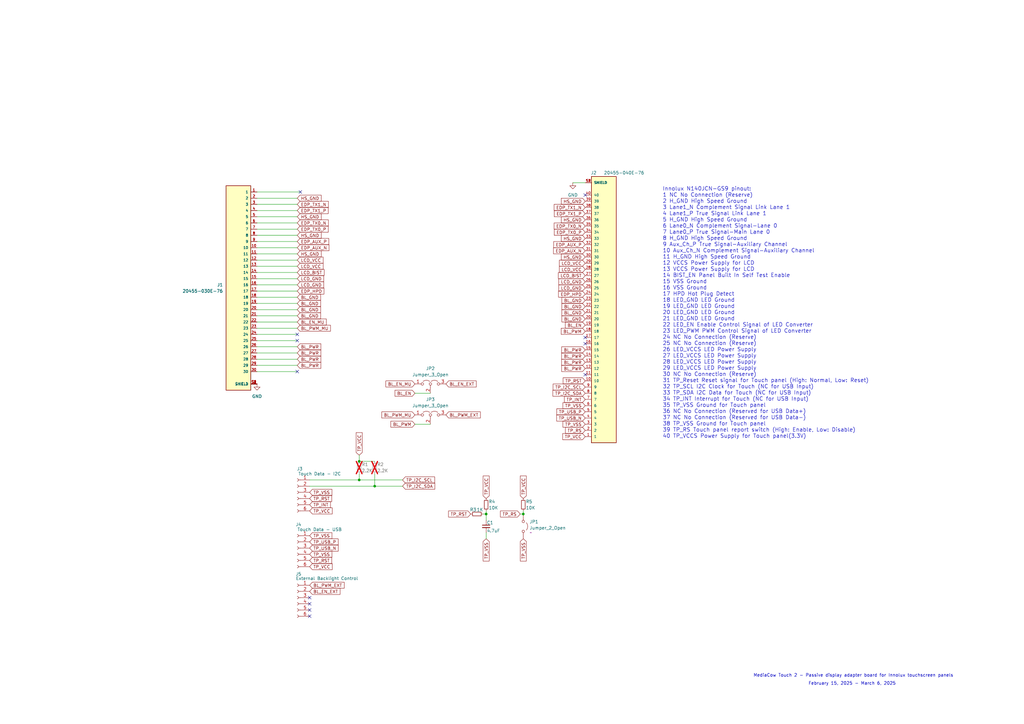
<source format=kicad_sch>
(kicad_sch (version 20231120) (generator "eeschema") (generator_version "8.0")
  (paper "A3")
  (lib_symbols
    (symbol "Connector:Conn_01x06_Socket" (pin_names (offset 1.016) hide)
      (property "Reference" "J" (at 0 7.62 0))
      (property "Value" "Conn_01x06_Socket" (at 0 -10.16 0))
      (symbol "Conn_01x06_Socket_1_1"
        (arc (start 0 -7.112) (mid -0.5058 -7.62) (end 0 -8.128) (stroke (width 0.1524)))
        (arc (start 0 -4.572) (mid -0.5058 -5.08) (end 0 -5.588) (stroke (width 0.1524)))
        (arc (start 0 -2.032) (mid -0.5058 -2.54) (end 0 -3.048) (stroke (width 0.1524)))
        (polyline (pts (xy -1.27 -7.62) (xy -0.508 -7.62)) (stroke (width 0.1524)))
        (polyline (pts (xy -1.27 -5.08) (xy -0.508 -5.08)) (stroke (width 0.1524)))
        (polyline (pts (xy -1.27 -2.54) (xy -0.508 -2.54)) (stroke (width 0.1524)))
        (polyline (pts (xy -1.27 0) (xy -0.508 0)) (stroke (width 0.1524)))
        (polyline (pts (xy -1.27 2.54) (xy -0.508 2.54)) (stroke (width 0.1524)))
        (polyline (pts (xy -1.27 5.08) (xy -0.508 5.08)) (stroke (width 0.1524)))
        (arc (start 0 0.508) (mid -0.5058 0) (end 0 -0.508) (stroke (width 0.1524)))
        (arc (start 0 3.048) (mid -0.5058 2.54) (end 0 2.032) (stroke (width 0.1524)))
        (arc (start 0 5.588) (mid -0.5058 5.08) (end 0 4.572) (stroke (width 0.1524)))
        (pin passive line (at -5.08 5.08 0) (length 3.81) (name "Pin_1") (number "1"))
        (pin passive line (at -5.08 2.54 0) (length 3.81) (name "Pin_2") (number "2"))
        (pin passive line (at -5.08 0 0) (length 3.81) (name "Pin_3") (number "3"))
        (pin passive line (at -5.08 -2.54 0) (length 3.81) (name "Pin_4") (number "4"))
        (pin passive line (at -5.08 -5.08 0) (length 3.81) (name "Pin_5") (number "5"))
        (pin passive line (at -5.08 -7.62 0) (length 3.81) (name "Pin_6") (number "6"))
      )
    )
    (symbol "Device:C_Small" (pin_numbers hide) (pin_names (offset 0.254) hide)
      (property "Reference" "C" (at 0.254 1.778 0))
      (property "Value" "C_Small" (at 0.254 -2.032 0))
      (symbol "C_Small_0_1"
        (polyline (pts (xy -1.524 -0.508) (xy 1.524 -0.508)) (stroke (width 0.3302)))
        (polyline (pts (xy -1.524 0.508) (xy 1.524 0.508)) (stroke (width 0.3048)))
      )
      (symbol "C_Small_1_1"
        (pin passive line (at 0 2.54 270) (length 2.032) (name "~") (number "1"))
        (pin passive line (at 0 -2.54 90) (length 2.032) (name "~") (number "2"))
      )
    )
    (symbol "Device:R_Small" (pin_numbers hide) (pin_names (offset 0.254) hide)
      (property "Reference" "R" (at 0.762 0.508 0))
      (property "Value" "R_Small" (at 0.762 -1.016 0))
      (symbol "R_Small_0_1"
        (rectangle (start -0.762 1.778) (end 0.762 -1.778) (stroke (width 0.2032)))
      )
      (symbol "R_Small_1_1"
        (pin passive line (at 0 2.54 270) (length 0.762) (name "~") (number "1"))
        (pin passive line (at 0 -2.54 90) (length 0.762) (name "~") (number "2"))
      )
    )
    (symbol "Jumper:Jumper_2_Open" (pin_numbers hide) (pin_names (offset 0) hide) (exclude_from_sim yes)
      (property "Reference" "JP" (at 0 2.794 0))
      (property "Value" "Jumper_2_Open" (at 0 -2.286 0))
      (symbol "Jumper_2_Open_0_0"
        (circle (center -2.032 0) (radius 0.508))
        (circle (center 2.032 0) (radius 0.508))
      )
      (symbol "Jumper_2_Open_0_1"
        (arc (start 1.524 1.27) (mid 0 1.778) (end -1.524 1.27))
      )
      (symbol "Jumper_2_Open_1_1"
        (pin passive line (at -5.08 0 0) (length 2.54) (name "A") (number "1"))
        (pin passive line (at 5.08 0 180) (length 2.54) (name "B") (number "2"))
      )
    )
    (symbol "Jumper:Jumper_3_Open" (pin_names (offset 0) hide) (exclude_from_sim yes) (in_bom no)
      (property "Reference" "JP" (at -2.54 -2.54 0))
      (property "Value" "Jumper_3_Open" (at 0 2.794 0))
      (symbol "Jumper_3_Open_0_0"
        (circle (center -3.302 0) (radius 0.508))
        (circle (center 0 0) (radius 0.508))
        (circle (center 3.302 0) (radius 0.508))
      )
      (symbol "Jumper_3_Open_0_1"
        (arc (start -0.254 1.016) (mid -1.651 1.4992) (end -3.048 1.016))
        (polyline (pts (xy 0 -0.508) (xy 0 -1.27)))
        (arc (start 3.048 1.016) (mid 1.651 1.4992) (end 0.254 1.016))
      )
      (symbol "Jumper_3_Open_1_1"
        (pin passive line (at -6.35 0 0) (length 2.54) (name "A") (number "1"))
        (pin passive line (at 0 -3.81 90) (length 2.54) (name "C") (number "2"))
        (pin passive line (at 6.35 0 180) (length 2.54) (name "B") (number "3"))
      )
    )
    (symbol "mediacow:20455-030E-76" (pin_names (offset 1.016))
      (property "Reference" "J" (at -5.08 41.402 0))
      (property "Value" "20455-030E-76" (at -5.08 -45.72 0))
      (symbol "20455-030E-76_0_0"
        (rectangle (start -5.08 40.64) (end 5.08 -43.18) (stroke (width 0.254)) (fill (type background)))
        (pin passive line (at -7.62 38.1 0) (length 2.54) (name "1") (number "1"))
        (pin passive line (at -7.62 15.24 0) (length 2.54) (name "10") (number "10"))
        (pin passive line (at -7.62 12.7 0) (length 2.54) (name "11") (number "11"))
        (pin passive line (at -7.62 10.16 0) (length 2.54) (name "12") (number "12"))
        (pin passive line (at -7.62 7.62 0) (length 2.54) (name "13") (number "13"))
        (pin passive line (at -7.62 5.08 0) (length 2.54) (name "14") (number "14"))
        (pin passive line (at -7.62 2.54 0) (length 2.54) (name "15") (number "15"))
        (pin passive line (at -7.62 0 0) (length 2.54) (name "16") (number "16"))
        (pin passive line (at -7.62 -2.54 0) (length 2.54) (name "17") (number "17"))
        (pin passive line (at -7.62 -5.08 0) (length 2.54) (name "18") (number "18"))
        (pin passive line (at -7.62 -7.62 0) (length 2.54) (name "19") (number "19"))
        (pin passive line (at -7.62 35.56 0) (length 2.54) (name "2") (number "2"))
        (pin passive line (at -7.62 -10.16 0) (length 2.54) (name "20") (number "20"))
        (pin passive line (at -7.62 -12.7 0) (length 2.54) (name "21") (number "21"))
        (pin passive line (at -7.62 -15.24 0) (length 2.54) (name "22") (number "22"))
        (pin passive line (at -7.62 -17.78 0) (length 2.54) (name "23") (number "23"))
        (pin passive line (at -7.62 -20.32 0) (length 2.54) (name "24") (number "24"))
        (pin passive line (at -7.62 -22.86 0) (length 2.54) (name "25") (number "25"))
        (pin passive line (at -7.62 -25.4 0) (length 2.54) (name "26") (number "26"))
        (pin passive line (at -7.62 -27.94 0) (length 2.54) (name "27") (number "27"))
        (pin passive line (at -7.62 -30.48 0) (length 2.54) (name "28") (number "28"))
        (pin passive line (at -7.62 -33.02 0) (length 2.54) (name "29") (number "29"))
        (pin passive line (at -7.62 33.02 0) (length 2.54) (name "3") (number "3"))
        (pin passive line (at -7.62 -35.56 0) (length 2.54) (name "30") (number "30"))
        (pin passive line (at -7.62 30.48 0) (length 2.54) (name "4") (number "4"))
        (pin passive line (at -7.62 27.94 0) (length 2.54) (name "5") (number "5"))
        (pin passive line (at -7.62 25.4 0) (length 2.54) (name "6") (number "6"))
        (pin passive line (at -7.62 22.86 0) (length 2.54) (name "7") (number "7"))
        (pin passive line (at -7.62 20.32 0) (length 2.54) (name "8") (number "8"))
        (pin passive line (at -7.62 17.78 0) (length 2.54) (name "9") (number "9"))
        (pin passive line (at -7.62 -40.64 0) (length 2.54) (name "SHIELD") (number "S1"))
        (pin passive line (at -7.62 -40.64 0) (length 2.54) (name "SHIELD") (number "S2"))
        (pin passive line (at -7.62 -40.64 0) (length 2.54) (name "SHIELD") (number "S3"))
        (pin passive line (at -7.62 -40.64 0) (length 2.54) (name "SHIELD") (number "S4"))
      )
    )
    (symbol "mediacow:20455-040E-76" (pin_names (offset 1.016))
      (property "Reference" "J" (at -5.08 54.102 0))
      (property "Value" "20455-040E-76" (at -5.08 -58.42 0))
      (symbol "20455-040E-76_0_0"
        (rectangle (start -5.08 -55.88) (end 5.08 53.34) (stroke (width 0.254)) (fill (type background)))
        (pin passive line (at -7.62 50.8 0) (length 2.54) (name "1") (number "1"))
        (pin passive line (at -7.62 27.94 0) (length 2.54) (name "10") (number "10"))
        (pin passive line (at -7.62 25.4 0) (length 2.54) (name "11") (number "11"))
        (pin passive line (at -7.62 22.86 0) (length 2.54) (name "12") (number "12"))
        (pin passive line (at -7.62 20.32 0) (length 2.54) (name "13") (number "13"))
        (pin passive line (at -7.62 17.78 0) (length 2.54) (name "14") (number "14"))
        (pin passive line (at -7.62 15.24 0) (length 2.54) (name "15") (number "15"))
        (pin passive line (at -7.62 12.7 0) (length 2.54) (name "16") (number "16"))
        (pin passive line (at -7.62 10.16 0) (length 2.54) (name "17") (number "17"))
        (pin passive line (at -7.62 7.62 0) (length 2.54) (name "18") (number "18"))
        (pin passive line (at -7.62 5.08 0) (length 2.54) (name "19") (number "19"))
        (pin passive line (at -7.62 48.26 0) (length 2.54) (name "2") (number "2"))
        (pin passive line (at -7.62 2.54 0) (length 2.54) (name "20") (number "20"))
        (pin passive line (at -7.62 0 0) (length 2.54) (name "21") (number "21"))
        (pin passive line (at -7.62 -2.54 0) (length 2.54) (name "22") (number "22"))
        (pin passive line (at -7.62 -5.08 0) (length 2.54) (name "23") (number "23"))
        (pin passive line (at -7.62 -7.62 0) (length 2.54) (name "24") (number "24"))
        (pin passive line (at -7.62 -10.16 0) (length 2.54) (name "25") (number "25"))
        (pin passive line (at -7.62 -12.7 0) (length 2.54) (name "26") (number "26"))
        (pin passive line (at -7.62 -15.24 0) (length 2.54) (name "27") (number "27"))
        (pin passive line (at -7.62 -17.78 0) (length 2.54) (name "28") (number "28"))
        (pin passive line (at -7.62 -20.32 0) (length 2.54) (name "29") (number "29"))
        (pin passive line (at -7.62 45.72 0) (length 2.54) (name "3") (number "3"))
        (pin passive line (at -7.62 -22.86 0) (length 2.54) (name "30") (number "30"))
        (pin passive line (at -7.62 -25.4 0) (length 2.54) (name "31") (number "31"))
        (pin passive line (at -7.62 -27.94 0) (length 2.54) (name "32") (number "32"))
        (pin passive line (at -7.62 -30.48 0) (length 2.54) (name "33") (number "33"))
        (pin passive line (at -7.62 -33.02 0) (length 2.54) (name "34") (number "34"))
        (pin passive line (at -7.62 -35.56 0) (length 2.54) (name "35") (number "35"))
        (pin passive line (at -7.62 -38.1 0) (length 2.54) (name "36") (number "36"))
        (pin passive line (at -7.62 -40.64 0) (length 2.54) (name "37") (number "37"))
        (pin passive line (at -7.62 -43.18 0) (length 2.54) (name "38") (number "38"))
        (pin passive line (at -7.62 -45.72 0) (length 2.54) (name "39") (number "39"))
        (pin passive line (at -7.62 43.18 0) (length 2.54) (name "4") (number "4"))
        (pin passive line (at -7.62 -48.26 0) (length 2.54) (name "40") (number "40"))
        (pin passive line (at -7.62 40.64 0) (length 2.54) (name "5") (number "5"))
        (pin passive line (at -7.62 38.1 0) (length 2.54) (name "6") (number "6"))
        (pin passive line (at -7.62 35.56 0) (length 2.54) (name "7") (number "7"))
        (pin passive line (at -7.62 33.02 0) (length 2.54) (name "8") (number "8"))
        (pin passive line (at -7.62 30.48 0) (length 2.54) (name "9") (number "9"))
        (pin passive line (at -7.62 -53.34 0) (length 2.54) (name "SHIELD") (number "S1"))
        (pin passive line (at -7.62 -53.34 0) (length 2.54) (name "SHIELD") (number "S2"))
        (pin passive line (at -7.62 -53.34 0) (length 2.54) (name "SHIELD") (number "S3"))
        (pin passive line (at -7.62 -53.34 0) (length 2.54) (name "SHIELD") (number "S4"))
      )
    )
    (symbol "power:GND" (power) (pin_numbers hide) (pin_names (offset 0) hide)
      (property "Value" "GND" (at 0 -3.81 0))
      (symbol "GND_0_1"
        (polyline (pts (xy 0 0) (xy 0 -1.27) (xy 1.27 -1.27) (xy 0 -2.54) (xy -1.27 -1.27) (xy 0 -1.27)))
      )
      (symbol "GND_1_1"
        (pin power_in line (at 0 0 270) (length 0) (name "~") (number "1"))
      )
    )
  )
  (junction (at 214.63 210.82))
  (junction (at 147.32 196.85))
  (junction (at 153.67 199.39))
  (junction (at 147.32 189.23))
  (junction (at 199.39 210.82))
  (no_connect (at 121.92 152.4))
  (no_connect (at 121.92 139.7))
  (no_connect (at 240.03 153.67))
  (no_connect (at 127 245.11))
  (no_connect (at 127 250.19))
  (no_connect (at 121.92 137.16))
  (no_connect (at 240.03 140.97))
  (no_connect (at 127 247.65))
  (no_connect (at 240.03 80.01))
  (no_connect (at 240.03 138.43))
  (no_connect (at 127 252.73))
  (no_connect (at 123.19 78.74))
  (wire (pts (xy 234.95 74.93) (xy 240.03 74.93)))
  (wire (pts (xy 121.92 152.4) (xy 105.41 152.4)))
  (wire (pts (xy 105.41 86.36) (xy 121.92 86.36)))
  (wire (pts (xy 199.39 210.82) (xy 199.39 213.36)))
  (wire (pts (xy 105.41 81.28) (xy 121.92 81.28)))
  (wire (pts (xy 105.41 121.92) (xy 121.92 121.92)))
  (wire (pts (xy 105.41 99.06) (xy 121.92 99.06)))
  (wire (pts (xy 213.36 210.82) (xy 214.63 210.82)))
  (wire (pts (xy 147.32 189.23) (xy 153.67 189.23)))
  (wire (pts (xy 147.32 196.85) (xy 127 196.85)))
  (wire (pts (xy 121.92 139.7) (xy 105.41 139.7)))
  (wire (pts (xy 199.39 209.55) (xy 199.39 210.82)))
  (wire (pts (xy 105.41 127) (xy 121.92 127)))
  (wire (pts (xy 105.41 91.44) (xy 121.92 91.44)))
  (wire (pts (xy 123.19 78.74) (xy 105.41 78.74)))
  (wire (pts (xy 153.67 194.31) (xy 153.67 199.39)))
  (wire (pts (xy 165.1 196.85) (xy 147.32 196.85)))
  (wire (pts (xy 105.41 104.14) (xy 121.92 104.14)))
  (wire (pts (xy 105.41 114.3) (xy 121.92 114.3)))
  (wire (pts (xy 105.41 124.46) (xy 121.92 124.46)))
  (wire (pts (xy 170.18 173.99) (xy 176.53 173.99)))
  (wire (pts (xy 105.41 144.78) (xy 121.92 144.78)))
  (wire (pts (xy 165.1 199.39) (xy 153.67 199.39)))
  (wire (pts (xy 105.41 83.82) (xy 121.92 83.82)))
  (wire (pts (xy 153.67 199.39) (xy 127 199.39)))
  (wire (pts (xy 105.41 101.6) (xy 121.92 101.6)))
  (wire (pts (xy 105.41 134.62) (xy 121.92 134.62)))
  (wire (pts (xy 121.92 137.16) (xy 105.41 137.16)))
  (wire (pts (xy 198.12 210.82) (xy 199.39 210.82)))
  (wire (pts (xy 105.41 109.22) (xy 121.92 109.22)))
  (wire (pts (xy 105.41 132.08) (xy 121.92 132.08)))
  (wire (pts (xy 105.41 142.24) (xy 121.92 142.24)))
  (wire (pts (xy 105.41 111.76) (xy 121.92 111.76)))
  (wire (pts (xy 105.41 119.38) (xy 121.92 119.38)))
  (wire (pts (xy 147.32 186.69) (xy 147.32 189.23)))
  (wire (pts (xy 105.41 93.98) (xy 121.92 93.98)))
  (wire (pts (xy 170.18 161.29) (xy 176.53 161.29)))
  (wire (pts (xy 199.39 220.98) (xy 199.39 218.44)))
  (wire (pts (xy 105.41 147.32) (xy 121.92 147.32)))
  (wire (pts (xy 214.63 210.82) (xy 214.63 209.55)))
  (wire (pts (xy 105.41 88.9) (xy 121.92 88.9)))
  (wire (pts (xy 105.41 149.86) (xy 121.92 149.86)))
  (wire (pts (xy 147.32 194.31) (xy 147.32 196.85)))
  (wire (pts (xy 105.41 96.52) (xy 121.92 96.52)))
  (wire (pts (xy 105.41 106.68) (xy 121.92 106.68)))
  (wire (pts (xy 105.41 129.54) (xy 121.92 129.54)))
  (wire (pts (xy 105.41 116.84) (xy 121.92 116.84)))
  (text "MediaCow Touch 2 - Passive display adapter board for Innolux touchscreen panels" (at 350.012 277.114 0) (effects (font (size 1.27 1.27))))
  (text "February 15, 2025 - March 6, 2025" (at 349.504 280.416 0) (effects (font (size 1.27 1.27))))
  (text "Innolux N140JCN-GS9 pinout:\n1 NC No Connection (Reserve)\n2 H_GND High Speed Ground\n3 Lane1_N Complement Signal Link Lane 1\n4 Lane1_P True Signal Link Lane 1\n5 H_GND High Speed Ground\n6 Lane0_N Complement Signal-Lane 0\n7 Lane0_P True Signal-Main Lane 0\n8 H_GND High Speed Ground\n9 Aux_Ch_P True Signal-Auxiliary Channel\n10 Aux_Ch_N Complement Signal-Auxiliary Channel\n11 H_GND High Speed Ground\n12 VCCS Power Supply for LCD\n13 VCCS Power Supply for LCD\n14 BIST_EN Panel Built In Self Test Enable\n15 VSS Ground\n16 VSS Ground\n17 HPD Hot Plug Detect\n18 LED_GND LED Ground\n19 LED_GND LED Ground\n20 LED_GND LED Ground\n21 LED_GND LED Ground\n22 LED_EN Enable Control Signal of LED Converter\n23 LED_PWM PWM Control Signal of LED Converter\n24 NC No Connection (Reserve)\n25 NC No Connection (Reserve)\n26 LED_VCCS LED Power Supply\n27 LED_VCCS LED Power Supply\n28 LED_VCCS LED Power Supply\n29 LED_VCCS LED Power Supply\n30 NC No Connection (Reserve)\n31 TP_Reset Reset signal for Touch panel (High: Normal, Low: Reset)\n32 TP_SCL I2C Clock for Touch (NC for USB Input)\n33 TP_SDA I2C Data for Touch (NC for USB Input)\n34 TP_INT Interrupt for Touch (NC for USB Input)\n35 TP_VSS Ground for Touch panel\n36 NC No Connection (Reserved for USB Data+)\n37 NC No Connection (Reserved for USB Data-)\n38 TP_VSS Ground for Touch panel\n39 TP_RS Touch panel report switch (High: Enable, Low: Disable)\n40 TP_VCCS Power Supply for Touch panel(3.3V)\n" (at 271.78 128.27 0) (effects (font (size 1.5748 1.5748)) (justify left)))
  (global_label "BL_GND" (shape input) (at 121.92 127 0) (property "Intersheetrefs" "${INTERSHEET_REFS}" (effects (hide yes))))
  (global_label "HS_GND" (shape input) (at 240.03 97.79 180) (property "Intersheetrefs" "${INTERSHEET_REFS}" (effects (hide yes))))
  (global_label "BL_PWM" (shape input) (at 240.03 135.89 180) (property "Intersheetrefs" "${INTERSHEET_REFS}" (effects (hide yes))))
  (global_label "LCD_VCC" (shape input) (at 121.92 106.68 0) (property "Intersheetrefs" "${INTERSHEET_REFS}" (effects (hide yes))))
  (global_label "TP_USB_N" (shape input) (at 127 224.79 0) (property "Intersheetrefs" "${INTERSHEET_REFS}" (effects (hide yes))))
  (global_label "BL_GND" (shape input) (at 240.03 130.81 180) (property "Intersheetrefs" "${INTERSHEET_REFS}" (effects (hide yes))))
  (global_label "TP_RST" (shape input) (at 193.04 210.82 180) (property "Intersheetrefs" "${INTERSHEET_REFS}" (effects (hide yes))))
  (global_label "BL_PWM_MU" (shape input) (at 170.18 170.18 180) (property "Intersheetrefs" "${INTERSHEET_REFS}" (effects (hide yes))))
  (global_label "TP_RST" (shape input) (at 127 229.87 0) (property "Intersheetrefs" "${INTERSHEET_REFS}" (effects (hide yes))))
  (global_label "EDP_TX1_N" (shape input) (at 121.92 83.82 0) (property "Intersheetrefs" "${INTERSHEET_REFS}" (effects (hide yes))))
  (global_label "EDP_HPD" (shape input) (at 240.03 120.65 180) (property "Intersheetrefs" "${INTERSHEET_REFS}" (effects (hide yes))))
  (global_label "HS_GND" (shape input) (at 121.92 88.9 0) (property "Intersheetrefs" "${INTERSHEET_REFS}" (effects (hide yes))))
  (global_label "TP_RS" (shape input) (at 213.36 210.82 180) (property "Intersheetrefs" "${INTERSHEET_REFS}" (effects (hide yes))))
  (global_label "LCD_VCC" (shape input) (at 121.92 109.22 0) (property "Intersheetrefs" "${INTERSHEET_REFS}" (effects (hide yes))))
  (global_label "HS_GND" (shape input) (at 240.03 82.55 180) (property "Intersheetrefs" "${INTERSHEET_REFS}" (effects (hide yes))))
  (global_label "TP_VCC" (shape input) (at 147.32 186.69 90) (property "Intersheetrefs" "${INTERSHEET_REFS}" (effects (hide yes))))
  (global_label "EDP_TX0_P" (shape input) (at 240.03 95.25 180) (property "Intersheetrefs" "${INTERSHEET_REFS}" (effects (hide yes))))
  (global_label "LCD_VCC" (shape input) (at 240.03 107.95 180) (property "Intersheetrefs" "${INTERSHEET_REFS}" (effects (hide yes))))
  (global_label "EDP_TX0_P" (shape input) (at 121.92 93.98 0) (property "Intersheetrefs" "${INTERSHEET_REFS}" (effects (hide yes))))
  (global_label "BL_GND" (shape input) (at 121.92 121.92 0) (property "Intersheetrefs" "${INTERSHEET_REFS}" (effects (hide yes))))
  (global_label "LCD_GND" (shape input) (at 240.03 115.57 180) (property "Intersheetrefs" "${INTERSHEET_REFS}" (effects (hide yes))))
  (global_label "TP_USB_P" (shape input) (at 240.03 168.91 180) (property "Intersheetrefs" "${INTERSHEET_REFS}" (effects (hide yes))))
  (global_label "BL_EN_MU" (shape input) (at 121.92 132.08 0) (property "Intersheetrefs" "${INTERSHEET_REFS}" (effects (hide yes))))
  (global_label "TP_RST" (shape input) (at 240.03 156.21 180) (property "Intersheetrefs" "${INTERSHEET_REFS}" (effects (hide yes))))
  (global_label "EDP_TX1_N" (shape input) (at 240.03 85.09 180) (property "Intersheetrefs" "${INTERSHEET_REFS}" (effects (hide yes))))
  (global_label "TP_VCC" (shape input) (at 240.03 179.07 180) (property "Intersheetrefs" "${INTERSHEET_REFS}" (effects (hide yes))))
  (global_label "LCD_BIST" (shape input) (at 121.92 111.76 0) (property "Intersheetrefs" "${INTERSHEET_REFS}" (effects (hide yes))))
  (global_label "EDP_AUX_P" (shape input) (at 121.92 99.06 0) (property "Intersheetrefs" "${INTERSHEET_REFS}" (effects (hide yes))))
  (global_label "HS_GND" (shape input) (at 121.92 96.52 0) (property "Intersheetrefs" "${INTERSHEET_REFS}" (effects (hide yes))))
  (global_label "TP_INT" (shape input) (at 127 207.01 0) (property "Intersheetrefs" "${INTERSHEET_REFS}" (effects (hide yes))))
  (global_label "TP_VSS" (shape input) (at 214.63 220.98 270) (property "Intersheetrefs" "${INTERSHEET_REFS}" (effects (hide yes))))
  (global_label "BL_PWM_EXT" (shape input) (at 182.88 170.18 0) (property "Intersheetrefs" "${INTERSHEET_REFS}" (effects (hide yes))))
  (global_label "HS_GND" (shape input) (at 240.03 90.17 180) (property "Intersheetrefs" "${INTERSHEET_REFS}" (effects (hide yes))))
  (global_label "TP_VSS" (shape input) (at 127 227.33 0) (property "Intersheetrefs" "${INTERSHEET_REFS}" (effects (hide yes))))
  (global_label "EDP_TX0_N" (shape input) (at 121.92 91.44 0) (property "Intersheetrefs" "${INTERSHEET_REFS}" (effects (hide yes))))
  (global_label "TP_USB_P" (shape input) (at 127 222.25 0) (property "Intersheetrefs" "${INTERSHEET_REFS}" (effects (hide yes))))
  (global_label "BL_GND" (shape input) (at 121.92 124.46 0) (property "Intersheetrefs" "${INTERSHEET_REFS}" (effects (hide yes))))
  (global_label "TP_INT" (shape input) (at 240.03 163.83 180) (property "Intersheetrefs" "${INTERSHEET_REFS}" (effects (hide yes))))
  (global_label "LCD_GND" (shape input) (at 121.92 116.84 0) (property "Intersheetrefs" "${INTERSHEET_REFS}" (effects (hide yes))))
  (global_label "BL_PWR" (shape input) (at 121.92 149.86 0) (property "Intersheetrefs" "${INTERSHEET_REFS}" (effects (hide yes))))
  (global_label "HS_GND" (shape input) (at 121.92 104.14 0) (property "Intersheetrefs" "${INTERSHEET_REFS}" (effects (hide yes))))
  (global_label "BL_PWR" (shape input) (at 121.92 142.24 0) (property "Intersheetrefs" "${INTERSHEET_REFS}" (effects (hide yes))))
  (global_label "TP_VSS" (shape input) (at 240.03 166.37 180) (property "Intersheetrefs" "${INTERSHEET_REFS}" (effects (hide yes))))
  (global_label "EDP_TX1_P" (shape input) (at 240.03 87.63 180) (property "Intersheetrefs" "${INTERSHEET_REFS}" (effects (hide yes))))
  (global_label "TP_VCC" (shape input) (at 127 209.55 0) (property "Intersheetrefs" "${INTERSHEET_REFS}" (effects (hide yes))))
  (global_label "BL_PWR" (shape input) (at 240.03 146.05 180) (property "Intersheetrefs" "${INTERSHEET_REFS}" (effects (hide yes))))
  (global_label "BL_GND" (shape input) (at 240.03 123.19 180) (property "Intersheetrefs" "${INTERSHEET_REFS}" (effects (hide yes))))
  (global_label "TP_VSS" (shape input) (at 127 219.71 0) (property "Intersheetrefs" "${INTERSHEET_REFS}" (effects (hide yes))))
  (global_label "TP_I2C_SDA" (shape input) (at 240.03 161.29 180) (property "Intersheetrefs" "${INTERSHEET_REFS}" (effects (hide yes))))
  (global_label "TP_VCC" (shape input) (at 214.63 204.47 90) (property "Intersheetrefs" "${INTERSHEET_REFS}" (effects (hide yes))))
  (global_label "TP_RS" (shape input) (at 240.03 176.53 180) (property "Intersheetrefs" "${INTERSHEET_REFS}" (effects (hide yes))))
  (global_label "EDP_TX1_P" (shape input) (at 121.92 86.36 0) (property "Intersheetrefs" "${INTERSHEET_REFS}" (effects (hide yes))))
  (global_label "TP_I2C_SDA" (shape input) (at 165.1 199.39 0) (property "Intersheetrefs" "${INTERSHEET_REFS}" (effects (hide yes))))
  (global_label "BL_EN" (shape input) (at 170.18 161.29 180) (property "Intersheetrefs" "${INTERSHEET_REFS}" (effects (hide yes))))
  (global_label "LCD_VCC" (shape input) (at 240.03 110.49 180) (property "Intersheetrefs" "${INTERSHEET_REFS}" (effects (hide yes))))
  (global_label "TP_USB_N" (shape input) (at 240.03 171.45 180) (property "Intersheetrefs" "${INTERSHEET_REFS}" (effects (hide yes))))
  (global_label "TP_VSS" (shape input) (at 199.39 220.98 270) (property "Intersheetrefs" "${INTERSHEET_REFS}" (effects (hide yes))))
  (global_label "BL_GND" (shape input) (at 240.03 125.73 180) (property "Intersheetrefs" "${INTERSHEET_REFS}" (effects (hide yes))))
  (global_label "BL_PWR" (shape input) (at 121.92 147.32 0) (property "Intersheetrefs" "${INTERSHEET_REFS}" (effects (hide yes))))
  (global_label "TP_I2C_SCL" (shape input) (at 240.03 158.75 180) (property "Intersheetrefs" "${INTERSHEET_REFS}" (effects (hide yes))))
  (global_label "LCD_GND" (shape input) (at 240.03 118.11 180) (property "Intersheetrefs" "${INTERSHEET_REFS}" (effects (hide yes))))
  (global_label "BL_EN_MU" (shape input) (at 170.18 157.48 180) (property "Intersheetrefs" "${INTERSHEET_REFS}" (effects (hide yes))))
  (global_label "BL_PWR" (shape input) (at 121.92 144.78 0) (property "Intersheetrefs" "${INTERSHEET_REFS}" (effects (hide yes))))
  (global_label "TP_I2C_SCL" (shape input) (at 165.1 196.85 0) (property "Intersheetrefs" "${INTERSHEET_REFS}" (effects (hide yes))))
  (global_label "HS_GND" (shape input) (at 121.92 81.28 0) (property "Intersheetrefs" "${INTERSHEET_REFS}" (effects (hide yes))))
  (global_label "LCD_BIST" (shape input) (at 240.03 113.03 180) (property "Intersheetrefs" "${INTERSHEET_REFS}" (effects (hide yes))))
  (global_label "TP_RST" (shape input) (at 127 204.47 0) (property "Intersheetrefs" "${INTERSHEET_REFS}" (effects (hide yes))))
  (global_label "BL_PWR" (shape input) (at 240.03 148.59 180) (property "Intersheetrefs" "${INTERSHEET_REFS}" (effects (hide yes))))
  (global_label "TP_VCC" (shape input) (at 127 232.41 0) (property "Intersheetrefs" "${INTERSHEET_REFS}" (effects (hide yes))))
  (global_label "BL_GND" (shape input) (at 240.03 128.27 180) (property "Intersheetrefs" "${INTERSHEET_REFS}" (effects (hide yes))))
  (global_label "TP_VSS" (shape input) (at 240.03 173.99 180) (property "Intersheetrefs" "${INTERSHEET_REFS}" (effects (hide yes))))
  (global_label "BL_EN_EXT" (shape input) (at 182.88 157.48 0) (property "Intersheetrefs" "${INTERSHEET_REFS}" (effects (hide yes))))
  (global_label "BL_EN_EXT" (shape input) (at 127 242.57 0) (property "Intersheetrefs" "${INTERSHEET_REFS}" (effects (hide yes))))
  (global_label "EDP_HPD" (shape input) (at 121.92 119.38 0) (property "Intersheetrefs" "${INTERSHEET_REFS}" (effects (hide yes))))
  (global_label "HS_GND" (shape input) (at 240.03 105.41 180) (property "Intersheetrefs" "${INTERSHEET_REFS}" (effects (hide yes))))
  (global_label "BL_PWR" (shape input) (at 240.03 143.51 180) (property "Intersheetrefs" "${INTERSHEET_REFS}" (effects (hide yes))))
  (global_label "BL_GND" (shape input) (at 121.92 129.54 0) (property "Intersheetrefs" "${INTERSHEET_REFS}" (effects (hide yes))))
  (global_label "BL_EN" (shape input) (at 240.03 133.35 180) (property "Intersheetrefs" "${INTERSHEET_REFS}" (effects (hide yes))))
  (global_label "EDP_AUX_P" (shape input) (at 240.03 100.33 180) (property "Intersheetrefs" "${INTERSHEET_REFS}" (effects (hide yes))))
  (global_label "BL_PWM" (shape input) (at 170.18 173.99 180) (property "Intersheetrefs" "${INTERSHEET_REFS}" (effects (hide yes))))
  (global_label "EDP_AUX_N" (shape input) (at 240.03 102.87 180) (property "Intersheetrefs" "${INTERSHEET_REFS}" (effects (hide yes))))
  (global_label "TP_VCC" (shape input) (at 199.39 204.47 90) (property "Intersheetrefs" "${INTERSHEET_REFS}" (effects (hide yes))))
  (global_label "EDP_TX0_N" (shape input) (at 240.03 92.71 180) (property "Intersheetrefs" "${INTERSHEET_REFS}" (effects (hide yes))))
  (global_label "TP_VSS" (shape input) (at 127 201.93 0) (property "Intersheetrefs" "${INTERSHEET_REFS}" (effects (hide yes))))
  (global_label "BL_PWM_MU" (shape input) (at 121.92 134.62 0) (property "Intersheetrefs" "${INTERSHEET_REFS}" (effects (hide yes))))
  (global_label "BL_PWM_EXT" (shape input) (at 127 240.03 0) (property "Intersheetrefs" "${INTERSHEET_REFS}" (effects (hide yes))))
  (global_label "LCD_GND" (shape input) (at 121.92 114.3 0) (property "Intersheetrefs" "${INTERSHEET_REFS}" (effects (hide yes))))
  (global_label "BL_PWR" (shape input) (at 240.03 151.13 180) (property "Intersheetrefs" "${INTERSHEET_REFS}" (effects (hide yes))))
  (global_label "EDP_AUX_N" (shape input) (at 121.92 101.6 0) (property "Intersheetrefs" "${INTERSHEET_REFS}" (effects (hide yes))))
  (symbol (lib_id "power:GND") (at 234.95 74.93 0) (unit 1)
    (property "Reference" "#PWR02" (effects (hide yes)))
    (property "Value" "GND" (at 234.95 80.01 0))
    (property "Description" "Power symbol creates a global label with name \"GND\" , ground" (effects (hide yes)))
  )
  (symbol (lib_id "Jumper:Jumper_3_Open") (at 176.53 170.18 0) (unit 1) (exclude_from_sim yes) (in_bom no)
    (property "Reference" "JP3" (at 176.53 163.83 0))
    (property "Value" "Jumper_3_Open" (at 176.53 166.37 0))
    (property "Footprint" "Jumper:SolderJumper-3_P1.3mm_Open_Pad1.0x1.5mm" (effects (hide yes)))
    (property "Description" "Jumper, 3-pole, both open" (effects (hide yes)))
  )
  (symbol (lib_id "Jumper:Jumper_3_Open") (at 176.53 157.48 0) (unit 1) (exclude_from_sim yes) (in_bom no)
    (property "Reference" "JP2" (at 176.53 151.13 0))
    (property "Value" "Jumper_3_Open" (at 176.53 153.67 0))
    (property "Footprint" "Jumper:SolderJumper-3_P1.3mm_Open_Pad1.0x1.5mm" (effects (hide yes)))
    (property "Description" "Jumper, 3-pole, both open" (effects (hide yes)))
  )
  (symbol (lib_id "mediacow:20455-040E-76") (at 247.65 128.27 0) (mirror x) (unit 1)
    (property "Reference" "J2" (at 242.316 70.866 0) (effects (justify left)))
    (property "Value" "20455-040E-76" (at 247.65 70.866 0) (effects (justify left)))
    (property "Footprint" "MediaCow:IPEX_20455-040E-76" (effects (hide yes)))
    (property "Package" "None" (effects (hide yes)))
  )
  (symbol (lib_id "power:GND") (at 105.41 157.48 0) (unit 1)
    (property "Reference" "#PWR1" (effects (hide yes)))
    (property "Value" "GND" (at 105.41 162.56 0))
    (property "Description" "Power symbol creates a global label with name \"GND\" , ground" (effects (hide yes)))
  )
  (symbol (lib_id "Connector:Conn_01x06_Socket") (at 121.92 224.79 0) (mirror y) (unit 1)
    (property "Reference" "J4" (at 122.428 215.138 0))
    (property "Value" "Touch Data - USB" (at 131.064 217.17 0))
    (property "Footprint" "Connector_FFC-FPC:TE_0-1734839-6_1x06-1MP_P0.5mm_Horizontal" (effects (hide yes)))
    (property "Description" "Generic connector, single row, 01x06, script generated" (effects (hide yes)))
  )
  (symbol (lib_id "Device:R_Small") (at 147.32 191.77 0) (unit 1) (dnp yes)
    (property "Reference" "R1" (at 148.336 190.5 0) (effects (justify left)))
    (property "Value" "2.2K" (at 148.336 193.04 0) (effects (justify left)))
    (property "Footprint" "Resistor_SMD:R_0603_1608Metric" (effects (hide yes)))
    (property "Description" "Resistor, small symbol" (effects (hide yes)))
  )
  (symbol (lib_id "Device:C_Small") (at 199.39 215.9 0) (unit 1)
    (property "Reference" "C1" (at 199.644 214.376 0) (effects (justify left)))
    (property "Value" "4.7uF" (at 199.644 217.678 0) (effects (justify left)))
    (property "Footprint" "Capacitor_SMD:C_0603_1608Metric" (effects (hide yes)))
    (property "Description" "Unpolarized capacitor, small symbol" (effects (hide yes)))
  )
  (symbol (lib_id "Connector:Conn_01x06_Socket") (at 121.92 245.11 0) (mirror y) (unit 1)
    (property "Reference" "J5" (at 122.428 235.458 0))
    (property "Value" "External Backlight Control" (at 134.112 237.236 0))
    (property "Footprint" "Connector_FFC-FPC:TE_0-1734839-6_1x06-1MP_P0.5mm_Horizontal" (effects (hide yes)))
    (property "Description" "Generic connector, single row, 01x06, script generated" (effects (hide yes)))
  )
  (symbol (lib_id "mediacow:20455-030E-76") (at 97.79 116.84 0) (mirror y) (unit 1)
    (property "Reference" "J1" (at 91.44 116.8399 0) (effects (justify left)))
    (property "Value" "20455-030E-76" (at 91.44 119.3799 0) (effects (justify left)))
    (property "Footprint" "MediaCow:IPEX_20455-030E-76" (effects (hide yes)))
  )
  (symbol (lib_id "Device:R_Small") (at 214.63 207.01 0) (unit 1)
    (property "Reference" "R5" (at 215.646 205.74 0) (effects (justify left)))
    (property "Value" "10K" (at 215.646 208.28 0) (effects (justify left)))
    (property "Footprint" "Resistor_SMD:R_0603_1608Metric" (effects (hide yes)))
    (property "Description" "Resistor, small symbol" (effects (hide yes)))
  )
  (symbol (lib_id "Device:R_Small") (at 195.58 210.82 90) (unit 1)
    (property "Reference" "R3" (at 194.056 209.042 90))
    (property "Value" "1K" (at 196.85 209.042 90))
    (property "Footprint" "Resistor_SMD:R_0603_1608Metric" (effects (hide yes)))
    (property "Description" "Resistor, small symbol" (effects (hide yes)))
  )
  (symbol (lib_id "Jumper:Jumper_2_Open") (at 214.63 215.9 270) (unit 1) (exclude_from_sim yes)
    (property "Reference" "JP1" (at 217.17 213.9949 90) (effects (justify left)))
    (property "Value" "Jumper_2_Open" (at 217.17 216.5349 90) (effects (justify left)))
    (property "Footprint" "Jumper:SolderJumper-2_P1.3mm_Open_Pad1.0x1.5mm" (effects (hide yes)))
    (property "Datasheet" "~" (at 217.17 218.44 90) (effects (justify left)))
    (property "Description" "Jumper, 2-pole, open" (effects (hide yes)))
  )
  (symbol (lib_id "Device:R_Small") (at 153.67 191.77 0) (unit 1) (dnp yes)
    (property "Reference" "R2" (at 154.686 190.5 0) (effects (justify left)))
    (property "Value" "2.2K" (at 154.686 193.04 0) (effects (justify left)))
    (property "Footprint" "Resistor_SMD:R_0603_1608Metric" (effects (hide yes)))
    (property "Description" "Resistor, small symbol" (effects (hide yes)))
  )
  (symbol (lib_id "Device:R_Small") (at 199.39 207.01 0) (unit 1)
    (property "Reference" "R4" (at 200.406 205.74 0) (effects (justify left)))
    (property "Value" "10K" (at 200.406 208.28 0) (effects (justify left)))
    (property "Footprint" "Resistor_SMD:R_0603_1608Metric" (effects (hide yes)))
    (property "Description" "Resistor, small symbol" (effects (hide yes)))
  )
  (symbol (lib_id "Connector:Conn_01x06_Socket") (at 121.92 201.93 0) (mirror y) (unit 1)
    (property "Reference" "J3" (at 122.936 192.278 0))
    (property "Value" "Touch Data - I2C" (at 131.064 194.31 0))
    (property "Footprint" "Connector_FFC-FPC:TE_0-1734839-6_1x06-1MP_P0.5mm_Horizontal" (effects (hide yes)))
    (property "Description" "Generic connector, single row, 01x06, script generated" (effects (hide yes)))
  )
)
</source>
